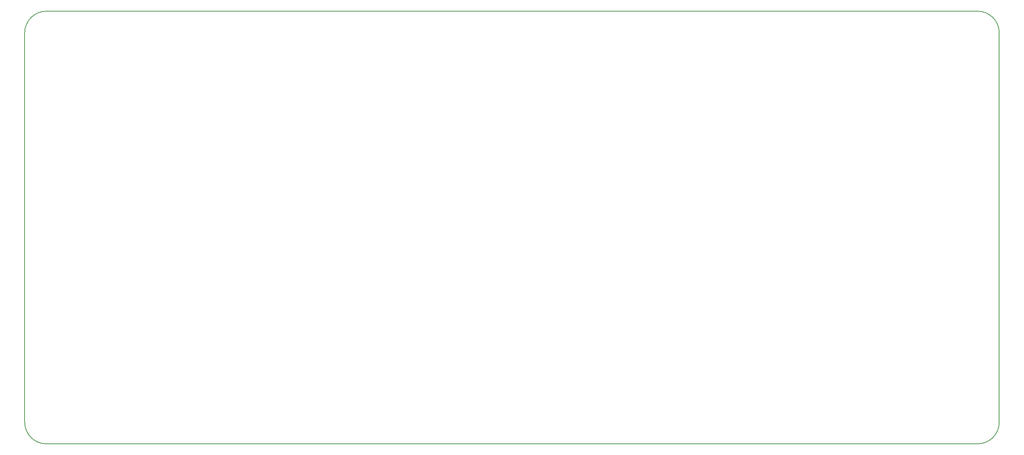
<source format=gbr>
%TF.GenerationSoftware,KiCad,Pcbnew,(6.0.11-0)*%
%TF.CreationDate,2023-02-08T21:31:18+08:00*%
%TF.ProjectId,EEEE2046_PCB_Template,45454545-3230-4343-965f-5043425f5465,rev?*%
%TF.SameCoordinates,Original*%
%TF.FileFunction,Profile,NP*%
%FSLAX46Y46*%
G04 Gerber Fmt 4.6, Leading zero omitted, Abs format (unit mm)*
G04 Created by KiCad (PCBNEW (6.0.11-0)) date 2023-02-08 21:31:18*
%MOMM*%
%LPD*%
G01*
G04 APERTURE LIST*
%TA.AperFunction,Profile*%
%ADD10C,0.150000*%
%TD*%
G04 APERTURE END LIST*
D10*
X34072102Y-26452102D02*
X34072102Y-117892102D01*
X262672102Y-117892102D02*
X262672102Y-26452102D01*
X39152102Y-21372102D02*
G75*
G03*
X34072102Y-26452102I-2J-5079998D01*
G01*
X39152102Y-122972102D02*
X257592102Y-122972102D01*
X257592102Y-21372102D02*
X39152102Y-21372102D01*
X262672098Y-26452102D02*
G75*
G03*
X257592102Y-21372102I-5079998J2D01*
G01*
X257592102Y-122972102D02*
G75*
G03*
X262672102Y-117892102I-2J5080002D01*
G01*
X34072098Y-117892102D02*
G75*
G03*
X39152102Y-122972102I5080002J2D01*
G01*
M02*

</source>
